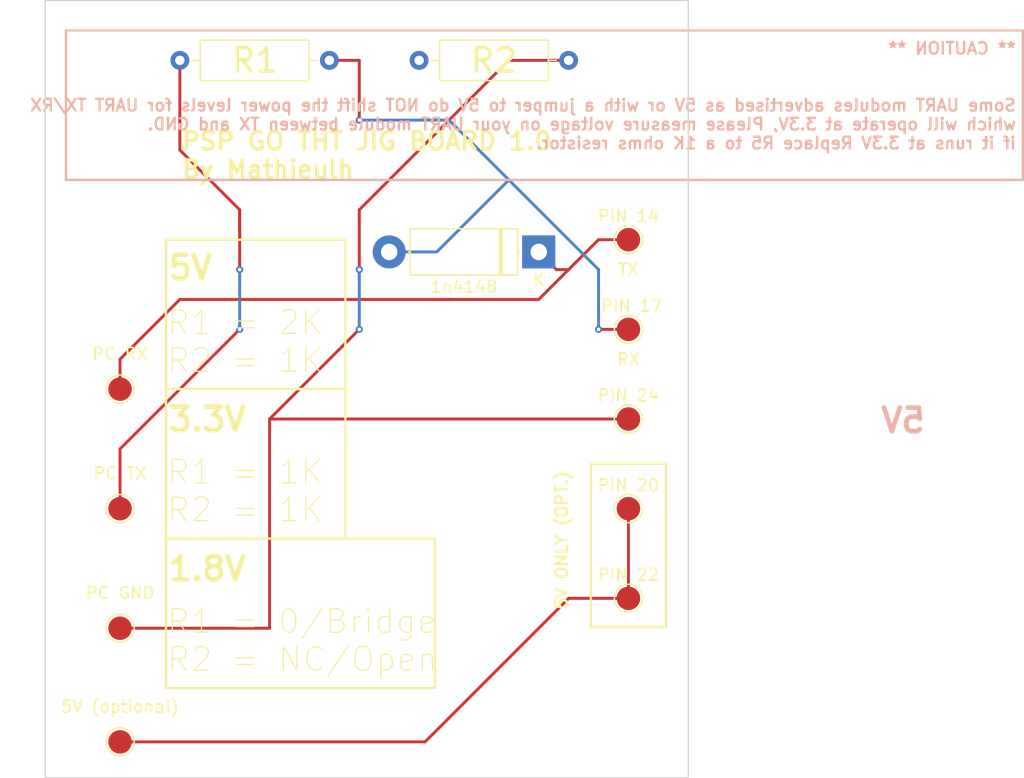
<source format=kicad_pcb>
(kicad_pcb (version 20221018) (generator pcbnew)
  (layers (0 "F.Cu" signal) (31 "B.Cu" signal) (34 "B.Paste" user) (35 "F.Paste" user) (36 "B.SilkS" user "B.Silkscreen") (37 "F.SilkS" user "F.Silkscreen") (38 "B.Mask" user) (39 "F.Mask" user) (44 "Edge.Cuts" user))
  (net 0 "")
  (footprint "TestPoint:TestPoint_Pad_D2.0mm" (layer "F.Cu") (at 81.28 76.2)
    (fp_text reference "PIN 24" (at 0 -1.998) (layer "F.SilkS"))
    (fp_text value "TestPoint_Pad_D2.0mm")
    (fp_circle (center 0 0) (end 0 1.2) (stroke (width 0.12)) (fill none) (layer "F.SilkS"))
    (pad "7" smd circle (at 0 0) (size 2 2) (layers "F.Cu" "F.Mask"))
  )
  (footprint "TestPoint:TestPoint_Pad_D2.0mm" (layer "F.Cu") (at 38.1 83.82)
    (fp_text reference "PC TX" (at 0 -2.998) (layer "F.SilkS"))
    (fp_text value "TestPoint_Pad_D2.0mm")
    (fp_circle (center 0 0) (end 0 1.2) (stroke (width 0.12)) (fill none) (layer "F.SilkS"))
    (pad "2" smd circle (at 0 0) (size 2 2) (layers "F.Cu" "F.Mask"))
  )
  (footprint "Resistor_THT:R_Axial_DIN0309_L9.0mm_D3.2mm_P12.70mm_Horizontal" (layer "F.Cu") (at 63.5 45.72)
    (fp_text reference "R2" (at 6.35 0) (layer "F.SilkS") (effects (font (size 2 2) (thickness 0.3))))
    (fp_text value "R_Axial_DIN0309_L9.0mm_D3.2mm_P12.70mm_Horizontal")
    (fp_line (start 1.04 0) (end 1.73 0) (stroke (width 0.12)) (layer "F.SilkS"))
    (fp_line (start 1.73 -1.72) (end 1.73 1.72) (stroke (width 0.12)) (layer "F.SilkS"))
    (fp_line (start 1.73 1.72) (end 10.97 1.72) (stroke (width 0.12)) (layer "F.SilkS"))
    (fp_line (start 10.97 -1.72) (end 1.73 -1.72) (stroke (width 0.12)) (layer "F.SilkS"))
    (fp_line (start 10.97 1.72) (end 10.97 -1.72) (stroke (width 0.12)) (layer "F.SilkS"))
    (fp_line (start 11.66 0) (end 10.97 0) (stroke (width 0.12)) (layer "F.SilkS"))
    (pad "1" thru_hole circle (at 0 0) (size 1.6 1.6) (drill 0.8) (layers "*.Cu" "*.Mask"))
    (pad "2" thru_hole oval (at 12.7 0) (size 1.6 1.6) (drill 0.8) (layers "*.Cu" "*.Mask"))
  )
  (footprint "TestPoint:TestPoint_Pad_D2.0mm" (layer "F.Cu") (at 81.28 83.82)
    (fp_text reference "PIN 20" (at 0 -1.998) (layer "F.SilkS"))
    (fp_text value "TestPoint_Pad_D2.0mm")
    (fp_circle (center 0 0) (end 0 1.2) (stroke (width 0.12)) (fill none) (layer "F.SilkS"))
    (pad "8" smd circle (at 0 0) (size 2 2) (layers "F.Cu" "F.Mask"))
  )
  (footprint "TestPoint:TestPoint_Pad_D2.0mm" (layer "F.Cu") (at 81.28 60.96)
    (fp_text reference "PIN 14" (at 0 -1.998) (layer "F.SilkS"))
    (fp_text value "TestPoint_Pad_D2.0mm")
    (fp_circle (center 0 0) (end 0 1.2) (stroke (width 0.12)) (fill none) (layer "F.SilkS"))
    (pad "5" smd circle (at 0 0) (size 2 2) (layers "F.Cu" "F.Mask"))
  )
  (footprint "TestPoint:TestPoint_Pad_D2.0mm" (layer "F.Cu") (at 81.28 91.44)
    (fp_text reference "PIN 22" (at 0 -1.998) (layer "F.SilkS"))
    (fp_text value "TestPoint_Pad_D2.0mm")
    (fp_circle (center 0 0) (end 0 1.2) (stroke (width 0.12)) (fill none) (layer "F.SilkS"))
    (pad "9" smd circle (at 0 0) (size 2 2) (layers "F.Cu" "F.Mask"))
  )
  (footprint "TestPoint:TestPoint_Pad_D2.0mm" (layer "F.Cu") (at 81.28 68.58)
    (fp_text reference "PIN 17" (at 0.26 -1.998) (layer "F.SilkS"))
    (fp_text value "TestPoint_Pad_D2.0mm")
    (fp_circle (center 0 0) (end 0 1.2) (stroke (width 0.12)) (fill none) (layer "F.SilkS"))
    (pad "6" smd circle (at 0 0) (size 2 2) (layers "F.Cu" "F.Mask"))
  )
  (footprint "TestPoint:TestPoint_Pad_D2.0mm" (layer "F.Cu") (at 38.1 103.637944)
    (fp_text reference "5V (optional)" (at 0 -2.998) (layer "F.SilkS"))
    (fp_text value "TestPoint_Pad_D2.0mm")
    (fp_circle (center 0 0) (end 0 1.2) (stroke (width 0.12)) (fill none) (layer "F.SilkS"))
    (pad "4" smd circle (at 0 0) (size 2 2) (layers "F.Cu" "F.Mask"))
  )
  (footprint "TestPoint:TestPoint_Pad_D2.0mm" (layer "F.Cu") (at 38.1 73.66)
    (fp_text reference "PC RX" (at 0 -2.998) (layer "F.SilkS"))
    (fp_text value "TestPoint_Pad_D2.0mm")
    (fp_circle (center 0 0) (end 0 1.2) (stroke (width 0.12)) (fill none) (layer "F.SilkS"))
    (pad "1" smd circle (at 0 0) (size 2 2) (layers "F.Cu" "F.Mask"))
  )
  (footprint "Resistor_THT:R_Axial_DIN0309_L9.0mm_D3.2mm_P12.70mm_Horizontal" (layer "F.Cu") (at 43.18 45.72)
    (fp_text reference "R1" (at 6.35 0) (layer "F.SilkS") (effects (font (size 2 2) (thickness 0.3))))
    (fp_text value "R_Axial_DIN0309_L9.0mm_D3.2mm_P12.70mm_Horizontal")
    (fp_line (start 1.04 0) (end 1.73 0) (stroke (width 0.12)) (layer "F.SilkS"))
    (fp_line (start 1.73 -1.72) (end 1.73 1.72) (stroke (width 0.12)) (layer "F.SilkS"))
    (fp_line (start 1.73 1.72) (end 10.97 1.72) (stroke (width 0.12)) (layer "F.SilkS"))
    (fp_line (start 10.97 -1.72) (end 1.73 -1.72) (stroke (width 0.12)) (layer "F.SilkS"))
    (fp_line (start 10.97 1.72) (end 10.97 -1.72) (stroke (width 0.12)) (layer "F.SilkS"))
    (fp_line (start 11.66 0) (end 10.97 0) (stroke (width 0.12)) (layer "F.SilkS"))
    (pad "1" thru_hole circle (at 0 0) (size 1.6 1.6) (drill 0.8) (layers "*.Cu" "*.Mask"))
    (pad "2" thru_hole oval (at 12.7 0) (size 1.6 1.6) (drill 0.8) (layers "*.Cu" "*.Mask"))
  )
  (footprint "Diode_THT:D_5W_P12.70mm_Horizontal" (layer "F.Cu") (at 73.66 62 180)
    (fp_text reference "1n4148" (at 6.35 -2.97) (layer "F.SilkS"))
    (fp_text value "D_5W_P12.70mm_Horizontal")
    (fp_text user "K" (at 0 -2.4) (layer "F.SilkS"))
    (fp_line (start 1.64 0) (end 1.78 0) (stroke (width 0.12)) (layer "F.SilkS"))
    (fp_line (start 1.78 -1.97) (end 1.78 1.97) (stroke (width 0.12)) (layer "F.SilkS"))
    (fp_line (start 1.78 1.97) (end 10.92 1.97) (stroke (width 0.12)) (layer "F.SilkS"))
    (fp_line (start 3.115 -1.97) (end 3.115 1.97) (stroke (width 0.12)) (layer "F.SilkS"))
    (fp_line (start 3.235 -1.97) (end 3.235 1.97) (stroke (width 0.12)) (layer "F.SilkS"))
    (fp_line (start 3.355 -1.97) (end 3.355 1.97) (stroke (width 0.12)) (layer "F.SilkS"))
    (fp_line (start 10.92 -1.97) (end 1.78 -1.97) (stroke (width 0.12)) (layer "F.SilkS"))
    (fp_line (start 10.92 1.97) (end 10.92 -1.97) (stroke (width 0.12)) (layer "F.SilkS"))
    (fp_line (start 11.06 0) (end 10.92 0) (stroke (width 0.12)) (layer "F.SilkS"))
    (pad "1" thru_hole rect (at 0 0 180) (size 2.8 2.8) (drill 1.4) (layers "*.Cu" "*.Mask"))
    (pad "2" thru_hole oval (at 12.7 0 180) (size 2.8 2.8) (drill 1.4) (layers "*.Cu" "*.Mask"))
  )
  (footprint "TestPoint:TestPoint_Pad_D2.0mm" (layer "F.Cu") (at 38.1 93.98)
    (fp_text reference "PC GND" (at 0 -2.998) (layer "F.SilkS"))
    (fp_text value "TestPoint_Pad_D2.0mm")
    (fp_circle (center 0 0) (end 0 1.2) (stroke (width 0.12)) (fill none) (layer "F.SilkS"))
    (pad "3" smd circle (at 0 0) (size 2 2) (layers "F.Cu" "F.Mask"))
  )
  (gr_rect (start 33.5 43.18) (end 114.78 55.88) (stroke (width 0.2)) (fill none) (layer "B.SilkS"))
  (gr_rect (start 42 60.96) (end 57.24 73.66) (stroke (width 0.2)) (fill none) (layer "F.SilkS"))
  (gr_rect (start 42 86.36) (end 64.86 99.06) (stroke (width 0.2)) (fill none) (layer "F.SilkS"))
  (gr_rect (start 42 73.66) (end 57.24 86.36) (stroke (width 0.2)) (fill none) (layer "F.SilkS"))
  (gr_rect (start 78.09 80) (end 84.47 93.9) (stroke (width 0.2)) (fill none) (layer "F.SilkS"))
  (gr_rect (start 31.75 40.64) (end 86.36 106.68) (stroke (width 0.1)) (fill none) (layer "Edge.Cuts"))
  (gr_text "5V" (at 106.68 77.5) (layer "B.SilkS") (effects (font (size 2 2) (thickness 0.4) bold) (justify left bottom mirror)))
  (gr_text "** CAUTION ** \n\n\nSome UART modules advertised as 5V or with a jumper to 5V do NOT shift the power levels for UART TX/RX \nwhich will operate at 3.3V, Please measure voltage on your UART module between TX and GND.\nif it runs at 3.3V Replace R5 to a 1K ohms resistor." (at 114.3 53.34) (layer "B.SilkS") (effects (font (size 1 1) (thickness 0.2) bold) (justify left bottom mirror)))
  (gr_text "5V ONLY (OPT.)" (at 76.2 92.5 90) (layer "F.SilkS") (effects (font (size 1 1) (thickness 0.2)) (justify left bottom)))
  (gr_text "TX" (at 81.28 63.5) (layer "F.SilkS") (effects (font (size 1 1))))
  (gr_text "R1 = 0/Bridge\nR2 = NC/Open	" (at 42 97.79) (layer "F.SilkS") (effects (font (size 2 2) (thickness 0.1)) (justify left bottom)))
  (gr_text "R1 = 2K\nR2 = 1K\n" (at 42 72.39) (layer "F.SilkS") (effects (font (size 2 2) (thickness 0.1)) (justify left bottom)))
  (gr_text "1.8V" (at 42 90.1) (layer "F.SilkS") (effects (font (size 2 2) (thickness 0.4) bold) (justify left bottom)))
  (gr_text "RX" (at 81.28 71.12) (layer "F.SilkS") (effects (font (size 1 1))))
  (gr_text "R1 = 1K\nR2 = 1K	" (at 42 85.09) (layer "F.SilkS") (effects (font (size 2 2) (thickness 0.1)) (justify left bottom)))
  (gr_text "3.3V" (at 42 77.4) (layer "F.SilkS") (effects (font (size 2 2) (thickness 0.4) bold) (justify left bottom)))
  (gr_text "PSP GO THT JIG BOARD 1.0\nBy Mathieulh" (at 43.18 55.88) (layer "F.SilkS") (effects (font (size 1.5 1.5) (thickness 0.3) bold) (justify left bottom)))
  (gr_text "5V" (at 42 64.5) (layer "F.SilkS") (effects (font (size 2 2) (thickness 0.4) bold) (justify left bottom)))
  (segment (start 81.28 76.2) (end 50.8 76.2) (width 0.25) (layer "F.Cu") (net 0))
  (segment (start 43.18 53.34) (end 43.18 45.72) (width 0.25) (layer "F.Cu") (net 0))
  (segment (start 73.66 66.04) (end 76.2 63.5) (width 0.25) (layer "F.Cu") (net 0))
  (segment (start 76.2 63.5) (end 78.74 60.96) (width 0.25) (layer "F.Cu") (net 0))
  (segment (start 58.42 68.58) (end 50.8 76.2) (width 0.25) (layer "F.Cu") (net 0))
  (segment (start 48.26 58.42) (end 48.26 63.5) (width 0.25) (layer "F.Cu") (net 0))
  (segment (start 38.1 78.74) (end 38.1 83.82) (width 0.25) (layer "F.Cu") (net 0))
  (segment (start 75.16 63.5) (end 73.66 62) (width 0.25) (layer "F.Cu") (net 0))
  (segment (start 48.26 60.96) (end 48.26 58.42) (width 0.25) (layer "F.Cu") (net 0))
  (segment (start 55.88 45.72) (end 58.42 45.72) (width 0.25) (layer "F.Cu") (net 0))
  (segment (start 50.8 93.98) (end 38.1 93.98) (width 0.25) (layer "F.Cu") (net 0))
  (segment (start 48.26 58.42) (end 43.18 53.34) (width 0.25) (layer "F.Cu") (net 0))
  (segment (start 48.26 68.58) (end 38.1 78.74) (width 0.25) (layer "F.Cu") (net 0))
  (segment (start 50.8 76.2) (end 50.8 93.98) (width 0.25) (layer "F.Cu") (net 0))
  (segment (start 58.42 63.5) (end 58.42 58.42) (width 0.25) (layer "F.Cu") (net 0))
  (segment (start 81.28 91.44) (end 81.28 83.82) (width 0.25) (layer "F.Cu") (net 0))
  (segment (start 76.2 91.44) (end 81.28 91.44) (width 0.25) (layer "F.Cu") (net 0))
  (segment (start 76.2 63.5) (end 75.16 63.5) (width 0.25) (layer "F.Cu") (net 0))
  (segment (start 78.74 68.58) (end 81.28 68.58) (width 0.25) (layer "F.Cu") (net 0))
  (segment (start 64.002056 103.637944) (end 76.2 91.44) (width 0.25) (layer "F.Cu") (net 0))
  (segment (start 38.1 103.637944) (end 64.002056 103.637944) (width 0.25) (layer "F.Cu") (net 0))
  (segment (start 58.42 58.42) (end 71.12 45.72) (width 0.25) (layer "F.Cu") (net 0))
  (segment (start 78.74 60.96) (end 81.28 60.96) (width 0.25) (layer "F.Cu") (net 0))
  (segment (start 63.5 45.72) (end 58.42 45.72) (width 0) (layer "F.Cu") (net 0))
  (segment (start 38.1 71.12) (end 38.1 73.66) (width 0.25) (layer "F.Cu") (net 0))
  (segment (start 71.12 45.72) (end 76.2 45.72) (width 0.25) (layer "F.Cu") (net 0))
  (segment (start 66.04 66.04) (end 73.66 66.04) (width 0.25) (layer "F.Cu") (net 0))
  (segment (start 43.18 66.04) (end 66.04 66.04) (width 0.25) (layer "F.Cu") (net 0))
  (segment (start 58.42 45.72) (end 58.42 50.8) (width 0.25) (layer "F.Cu") (net 0))
  (segment (start 43.18 66.04) (end 38.1 71.12) (width 0.25) (layer "F.Cu") (net 0))
  (via (at 58.42 68.58) (size 0.6) (drill 0.3) (layers "F.Cu" "B.Cu") (net 0))
  (via (at 58.42 50.8) (size 0.6) (drill 0.3) (layers "F.Cu" "B.Cu") (net 0))
  (via (at 48.26 68.58) (size 0.6) (drill 0.3) (layers "F.Cu" "B.Cu") (net 0))
  (via (at 48.26 63.5) (size 0.6) (drill 0.3) (layers "F.Cu" "B.Cu") (net 0))
  (via (at 58.42 63.5) (size 0.6) (drill 0.3) (layers "F.Cu" "B.Cu") (net 0))
  (via (at 78.74 68.58) (size 0.6) (drill 0.3) (layers "F.Cu" "B.Cu") (net 0))
  (segment (start 71.12 55.88) (end 78.74 63.5) (width 0.25) (layer "B.Cu") (net 0))
  (segment (start 78.74 63.5) (end 78.74 68.58) (width 0.25) (layer "B.Cu") (net 0))
  (segment (start 71.12 55.88) (end 65 62) (width 0.25) (layer "B.Cu") (net 0))
  (segment (start 58.42 50.8) (end 66.04 50.8) (width 0.25) (layer "B.Cu") (net 0))
  (segment (start 65 62) (end 60.96 62) (width 0.25) (layer "B.Cu") (net 0))
  (segment (start 48.26 63.5) (end 48.26 68.58) (width 0.25) (layer "B.Cu") (net 0))
  (segment (start 58.42 63.5) (end 58.42 68.58) (width 0.25) (layer "B.Cu") (net 0))
  (segment (start 66.04 50.8) (end 71.12 55.88) (width 0.25) (layer "B.Cu") (net 0))
)
</source>
